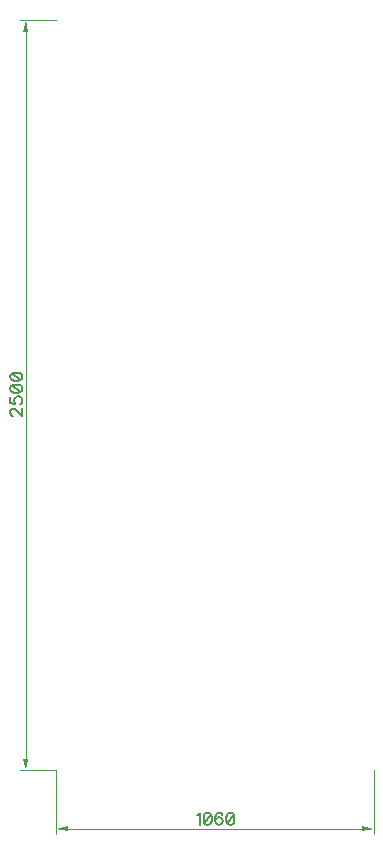
<source format=gbr>
G04 DipTrace 2.4.0.2*
%INTopDimension.gbr*%
%MOMM*%
%ADD13C,0.035*%
%ADD93C,0.157*%
%FSLAX53Y53*%
G04*
G71*
G90*
G75*
G01*
%LNTopDimension*%
%LPD*%
D13*
X0Y-5421D1*
X26924Y0D2*
Y-5421D1*
X13462Y-4921D2*
X1000D1*
G36*
X0D2*
X1000Y-4721D1*
Y-5121D1*
X0Y-4921D1*
G37*
X13462D2*
D13*
X25924D1*
G36*
X26924D2*
X25924Y-5121D1*
Y-4721D1*
X26924Y-4921D1*
G37*
X0Y63500D2*
D13*
X-3040D1*
X0Y0D2*
X-3040D1*
X-2540Y31750D2*
Y62500D1*
G36*
Y63500D2*
X-2340Y62500D1*
X-2740D1*
X-2540Y63500D1*
G37*
Y31750D2*
D13*
Y1000D1*
G36*
Y0D2*
X-2740Y1000D1*
X-2340D1*
X-2540Y0D1*
G37*
X11952Y-3786D2*
D93*
X12050Y-3736D1*
X12196Y-3591D1*
Y-4611D1*
X12801Y-3591D2*
X12655Y-3640D1*
X12558Y-3786D1*
X12509Y-4028D1*
Y-4174D1*
X12558Y-4417D1*
X12655Y-4563D1*
X12801Y-4611D1*
X12898D1*
X13044Y-4563D1*
X13140Y-4417D1*
X13190Y-4174D1*
Y-4028D1*
X13140Y-3786D1*
X13044Y-3640D1*
X12898Y-3591D1*
X12801D1*
X13140Y-3786D2*
X12558Y-4417D1*
X14086Y-3736D2*
X14038Y-3640D1*
X13892Y-3591D1*
X13796D1*
X13650Y-3640D1*
X13552Y-3786D1*
X13504Y-4028D1*
Y-4271D1*
X13552Y-4465D1*
X13650Y-4563D1*
X13796Y-4611D1*
X13844D1*
X13989Y-4563D1*
X14086Y-4465D1*
X14135Y-4319D1*
Y-4271D1*
X14086Y-4125D1*
X13989Y-4028D1*
X13844Y-3980D1*
X13796D1*
X13650Y-4028D1*
X13552Y-4125D1*
X13504Y-4271D1*
X14740Y-3591D2*
X14594Y-3640D1*
X14497Y-3786D1*
X14448Y-4028D1*
Y-4174D1*
X14497Y-4417D1*
X14594Y-4563D1*
X14740Y-4611D1*
X14837D1*
X14983Y-4563D1*
X15080Y-4417D1*
X15129Y-4174D1*
Y-4028D1*
X15080Y-3786D1*
X14983Y-3640D1*
X14837Y-3591D1*
X14740D1*
X15080Y-3786D2*
X14497Y-4417D1*
X-3627Y30046D2*
X-3676D1*
X-3773Y30094D1*
X-3822Y30143D1*
X-3870Y30240D1*
Y30435D1*
X-3822Y30531D1*
X-3773Y30580D1*
X-3676Y30629D1*
X-3579D1*
X-3481Y30580D1*
X-3336Y30483D1*
X-2850Y29997D1*
Y30677D1*
X-3870Y31574D2*
Y31089D1*
X-3433Y31040D1*
X-3481Y31089D1*
X-3531Y31235D1*
Y31380D1*
X-3481Y31526D1*
X-3385Y31623D1*
X-3239Y31672D1*
X-3142D1*
X-2996Y31623D1*
X-2898Y31526D1*
X-2850Y31380D1*
Y31235D1*
X-2898Y31089D1*
X-2948Y31040D1*
X-3044Y30991D1*
X-3870Y32277D2*
X-3822Y32131D1*
X-3676Y32034D1*
X-3433Y31985D1*
X-3287D1*
X-3044Y32034D1*
X-2898Y32131D1*
X-2850Y32277D1*
Y32374D1*
X-2898Y32520D1*
X-3044Y32616D1*
X-3287Y32666D1*
X-3433D1*
X-3676Y32616D1*
X-3822Y32520D1*
X-3870Y32374D1*
Y32277D1*
X-3676Y32616D2*
X-3044Y32034D1*
X-3870Y33272D2*
X-3822Y33126D1*
X-3676Y33028D1*
X-3433Y32980D1*
X-3287D1*
X-3044Y33028D1*
X-2898Y33126D1*
X-2850Y33272D1*
Y33368D1*
X-2898Y33514D1*
X-3044Y33611D1*
X-3287Y33660D1*
X-3433D1*
X-3676Y33611D1*
X-3822Y33514D1*
X-3870Y33368D1*
Y33272D1*
X-3676Y33611D2*
X-3044Y33028D1*
M02*

</source>
